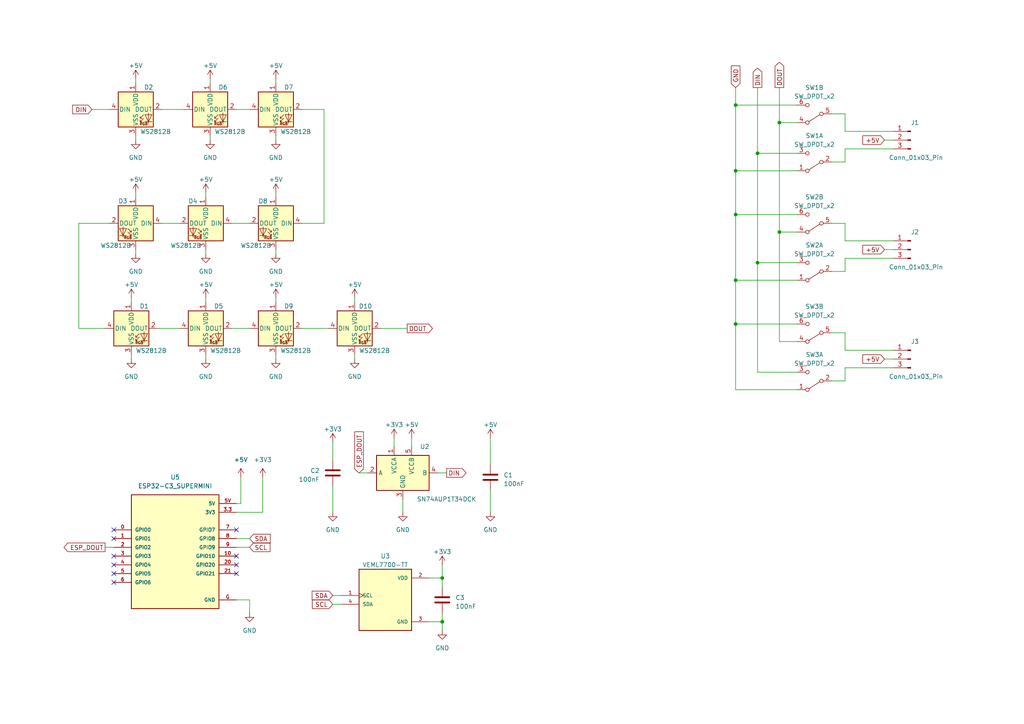
<source format=kicad_sch>
(kicad_sch (version 20230121) (generator eeschema)
  (paper "A4")
  (lib_symbols
    (symbol "Connector:Conn_01x03_Pin" (pin_names (offset 1.016) hide)
      (property "Reference" "J" (at 0 5.08 0))
      (property "Value" "Conn_01x03_Pin" (at 0 -5.08 0))
      (symbol "Conn_01x03_Pin_1_1"
        (polyline (pts (xy 1.27 -2.54) (xy 0.8636 -2.54)) (stroke (width 0.1524)))
        (polyline (pts (xy 1.27 0) (xy 0.8636 0)) (stroke (width 0.1524)))
        (polyline (pts (xy 1.27 2.54) (xy 0.8636 2.54)) (stroke (width 0.1524)))
        (rectangle (start 0.8636 -2.413) (end 0 -2.667) (stroke (width 0.1524)) (fill (type outline)))
        (rectangle (start 0.8636 0.127) (end 0 -0.127) (stroke (width 0.1524)) (fill (type outline)))
        (rectangle (start 0.8636 2.667) (end 0 2.413) (stroke (width 0.1524)) (fill (type outline)))
        (pin passive line (at 5.08 2.54 180) (length 3.81) (name "Pin_1") (number "1"))
        (pin passive line (at 5.08 0 180) (length 3.81) (name "Pin_2") (number "2"))
        (pin passive line (at 5.08 -2.54 180) (length 3.81) (name "Pin_3") (number "3"))
      )
    )
    (symbol "Device:C" (pin_numbers hide) (pin_names (offset 0.254))
      (property "Reference" "C" (at 0.635 2.54 0))
      (property "Value" "C" (at 0.635 -2.54 0))
      (symbol "C_0_1"
        (polyline (pts (xy -2.032 -0.762) (xy 2.032 -0.762)) (stroke (width 0.508)))
        (polyline (pts (xy -2.032 0.762) (xy 2.032 0.762)) (stroke (width 0.508)))
      )
      (symbol "C_1_1"
        (pin passive line (at 0 3.81 270) (length 2.794) (name "~") (number "1"))
        (pin passive line (at 0 -3.81 90) (length 2.794) (name "~") (number "2"))
      )
    )
    (symbol "ESP32-C3_SUPERMINI:ESP32-C3_SUPERMINI" (pin_names (offset 1.016))
      (property "Reference" "U" (at -12.7 16.002 0))
      (property "Value" "ESP32-C3_SUPERMINI" (at -12.7 -20.32 0))
      (symbol "ESP32-C3_SUPERMINI_0_0"
        (rectangle (start -12.7 -17.78) (end 12.7 15.24) (stroke (width 0.254)) (fill (type background)))
        (pin bidirectional line (at -17.78 5.08 0) (length 5.08) (name "GPIO0") (number "0"))
        (pin bidirectional line (at -17.78 2.54 0) (length 5.08) (name "GPIO1") (number "1"))
        (pin bidirectional line (at 17.78 -2.54 180) (length 5.08) (name "GPIO10") (number "10"))
        (pin bidirectional line (at -17.78 0 0) (length 5.08) (name "GPIO2") (number "2"))
        (pin bidirectional line (at 17.78 -5.08 180) (length 5.08) (name "GPIO20") (number "20"))
        (pin bidirectional line (at 17.78 -7.62 180) (length 5.08) (name "GPIO21") (number "21"))
        (pin bidirectional line (at -17.78 -2.54 0) (length 5.08) (name "GPIO3") (number "3"))
        (pin power_in line (at 17.78 10.16 180) (length 5.08) (name "3V3") (number "3.3"))
        (pin bidirectional line (at -17.78 -5.08 0) (length 5.08) (name "GPIO4") (number "4"))
        (pin bidirectional line (at -17.78 -7.62 0) (length 5.08) (name "GPIO5") (number "5"))
        (pin power_in line (at 17.78 12.7 180) (length 5.08) (name "5V") (number "5V"))
        (pin bidirectional line (at -17.78 -10.16 0) (length 5.08) (name "GPIO6") (number "6"))
        (pin bidirectional line (at 17.78 5.08 180) (length 5.08) (name "GPIO7") (number "7"))
        (pin bidirectional line (at 17.78 2.54 180) (length 5.08) (name "GPIO8") (number "8"))
        (pin bidirectional line (at 17.78 0 180) (length 5.08) (name "GPIO9") (number "9"))
        (pin power_in line (at 17.78 -15.24 180) (length 5.08) (name "GND") (number "G"))
      )
    )
    (symbol "LED:WS2812B" (pin_names (offset 0.254))
      (property "Reference" "D" (at 5.08 5.715 0))
      (property "Value" "WS2812B" (at 1.27 -5.715 0))
      (symbol "WS2812B_0_0"
        (text "RGB" (at 2.286 -4.191 0) (effects (font (size 0.762 0.762))))
      )
      (symbol "WS2812B_0_1"
        (polyline (pts (xy 1.27 -3.556) (xy 1.778 -3.556)))
        (polyline (pts (xy 1.27 -2.54) (xy 1.778 -2.54)))
        (polyline (pts (xy 4.699 -3.556) (xy 2.667 -3.556)))
        (polyline (pts (xy 2.286 -2.54) (xy 1.27 -3.556) (xy 1.27 -3.048)))
        (polyline (pts (xy 2.286 -1.524) (xy 1.27 -2.54) (xy 1.27 -2.032)))
        (polyline (pts (xy 3.683 -1.016) (xy 3.683 -3.556) (xy 3.683 -4.064)))
        (polyline (pts (xy 4.699 -1.524) (xy 2.667 -1.524) (xy 3.683 -3.556) (xy 4.699 -1.524)))
        (rectangle (start 5.08 5.08) (end -5.08 -5.08) (stroke (width 0.254)) (fill (type background)))
      )
      (symbol "WS2812B_1_1"
        (pin power_in line (at 0 7.62 270) (length 2.54) (name "VDD") (number "1"))
        (pin output line (at 7.62 0 180) (length 2.54) (name "DOUT") (number "2"))
        (pin power_in line (at 0 -7.62 90) (length 2.54) (name "VSS") (number "3"))
        (pin input line (at -7.62 0 0) (length 2.54) (name "DIN") (number "4"))
      )
    )
    (symbol "Logic_LevelTranslator:SN74AUP1T34DCK"
      (property "Reference" "U" (at -6.35 6.35 0))
      (property "Value" "SN74AUP1T34DCK" (at 11.43 6.35 0))
      (symbol "SN74AUP1T34DCK_0_1"
        (rectangle (start -7.62 -5.08) (end 7.62 5.08) (stroke (width 0.254)) (fill (type background)))
        (pin power_in line (at -2.54 7.62 270) (length 2.54) (name "VCCA") (number "1"))
        (pin input line (at -10.16 0 0) (length 2.54) (name "A") (number "2"))
        (pin power_in line (at 0 -7.62 90) (length 2.54) (name "GND") (number "3"))
        (pin output line (at 10.16 0 180) (length 2.54) (name "B") (number "4"))
        (pin power_in line (at 2.54 7.62 270) (length 2.54) (name "VCCB") (number "5"))
      )
    )
    (symbol "Switch:SW_DPDT_x2" (pin_names (offset 0) hide)
      (property "Reference" "SW" (at 0 4.318 0))
      (property "Value" "SW_DPDT_x2" (at 0 -5.08 0))
      (symbol "SW_DPDT_x2_0_0"
        (circle (center -2.032 0) (radius 0.508))
        (circle (center 2.032 -2.54) (radius 0.508))
      )
      (symbol "SW_DPDT_x2_0_1"
        (polyline (pts (xy -1.524 0.254) (xy 1.651 2.286)))
        (circle (center 2.032 2.54) (radius 0.508))
      )
      (symbol "SW_DPDT_x2_1_1"
        (pin passive line (at 5.08 2.54 180) (length 2.54) (name "A") (number "1"))
        (pin passive line (at -5.08 0 0) (length 2.54) (name "B") (number "2"))
        (pin passive line (at 5.08 -2.54 180) (length 2.54) (name "C") (number "3"))
      )
      (symbol "SW_DPDT_x2_2_1"
        (pin passive line (at 5.08 2.54 180) (length 2.54) (name "A") (number "4"))
        (pin passive line (at -5.08 0 0) (length 2.54) (name "B") (number "5"))
        (pin passive line (at 5.08 -2.54 180) (length 2.54) (name "C") (number "6"))
      )
    )
    (symbol "VEML:VEML7700-TT" (pin_names (offset 1.016))
      (property "Reference" "U" (at -7.62 10.795 0))
      (property "Value" "VEML7700-TT" (at -7.62 -10.16 0))
      (symbol "VEML7700-TT_0_0"
        (rectangle (start -7.62 -7.62) (end 7.62 10.16) (stroke (width 0.254)) (fill (type background)))
        (pin input clock (at -12.7 2.54 0) (length 5.08) (name "SCL") (number "1"))
        (pin power_in line (at 12.7 7.62 180) (length 5.08) (name "VDD") (number "2"))
        (pin power_in line (at 12.7 -5.08 180) (length 5.08) (name "GND") (number "3"))
        (pin bidirectional line (at -12.7 0 0) (length 5.08) (name "SDA") (number "4"))
      )
    )
    (symbol "power:+3V3" (power) (pin_names (offset 0))
      (property "Value" "+3V3" (at 0 3.556 0))
      (symbol "+3V3_0_1"
        (polyline (pts (xy -0.762 1.27) (xy 0 2.54)))
        (polyline (pts (xy 0 0) (xy 0 2.54)))
        (polyline (pts (xy 0 2.54) (xy 0.762 1.27)))
      )
      (symbol "+3V3_1_1"
        (pin power_in line (at 0 0 90) (length 0) hide (name "+3V3") (number "1"))
      )
    )
    (symbol "power:+5V" (power) (pin_names (offset 0))
      (property "Value" "+5V" (at 0 3.556 0))
      (symbol "+5V_0_1"
        (polyline (pts (xy -0.762 1.27) (xy 0 2.54)))
        (polyline (pts (xy 0 0) (xy 0 2.54)))
        (polyline (pts (xy 0 2.54) (xy 0.762 1.27)))
      )
      (symbol "+5V_1_1"
        (pin power_in line (at 0 0 90) (length 0) hide (name "+5V") (number "1"))
      )
    )
    (symbol "power:GND" (power) (pin_names (offset 0))
      (property "Value" "GND" (at 0 -3.81 0))
      (symbol "GND_0_1"
        (polyline (pts (xy 0 0) (xy 0 -1.27) (xy 1.27 -1.27) (xy 0 -2.54) (xy -1.27 -1.27) (xy 0 -1.27)))
      )
      (symbol "GND_1_1"
        (pin power_in line (at 0 0 270) (length 0) hide (name "GND") (number "1"))
      )
    )
  )
  (junction (at 213.36 49.53))
  (junction (at 128.27 167.64))
  (junction (at 213.36 30.48))
  (junction (at 219.71 44.45))
  (junction (at 226.06 67.31))
  (junction (at 219.71 76.2))
  (junction (at 226.06 35.56))
  (junction (at 213.36 93.98))
  (junction (at 128.27 180.34))
  (junction (at 213.36 62.23))
  (junction (at 213.36 81.28))
  (no_connect (at 68.58 153.67))
  (no_connect (at 33.02 168.91))
  (no_connect (at 68.58 166.37))
  (no_connect (at 68.58 163.83))
  (no_connect (at 33.02 153.67))
  (no_connect (at 68.58 161.29))
  (no_connect (at 33.02 163.83))
  (no_connect (at 33.02 166.37))
  (no_connect (at 33.02 161.29))
  (no_connect (at 33.02 156.21))
  (wire (pts (xy 96.52 175.26) (xy 99.06 175.26)))
  (wire (pts (xy 80.01 102.87) (xy 80.01 104.14)))
  (wire (pts (xy 114.3 127) (xy 114.3 129.54)))
  (wire (pts (xy 93.98 31.75) (xy 93.98 64.77)))
  (wire (pts (xy 96.52 128.27) (xy 96.52 133.35)))
  (wire (pts (xy 231.14 67.31) (xy 226.06 67.31)))
  (wire (pts (xy 60.96 39.37) (xy 60.96 40.64)))
  (wire (pts (xy 60.96 22.86) (xy 60.96 24.13)))
  (wire (pts (xy 219.71 44.45) (xy 219.71 25.4)))
  (wire (pts (xy 256.54 40.64) (xy 259.08 40.64)))
  (wire (pts (xy 46.99 64.77) (xy 52.07 64.77)))
  (wire (pts (xy 241.3 64.77) (xy 245.11 64.77)))
  (wire (pts (xy 128.27 163.83) (xy 128.27 167.64)))
  (wire (pts (xy 80.01 86.36) (xy 80.01 87.63)))
  (wire (pts (xy 245.11 33.02) (xy 245.11 38.1)))
  (wire (pts (xy 68.58 156.21) (xy 72.39 156.21)))
  (wire (pts (xy 59.69 102.87) (xy 59.69 104.14)))
  (wire (pts (xy 67.31 64.77) (xy 72.39 64.77)))
  (wire (pts (xy 31.75 64.77) (xy 22.86 64.77)))
  (wire (pts (xy 256.54 104.14) (xy 259.08 104.14)))
  (wire (pts (xy 245.11 69.85) (xy 259.08 69.85)))
  (wire (pts (xy 80.01 55.88) (xy 80.01 57.15)))
  (wire (pts (xy 38.1 102.87) (xy 38.1 104.14)))
  (wire (pts (xy 39.37 72.39) (xy 39.37 73.66)))
  (wire (pts (xy 128.27 167.64) (xy 124.46 167.64)))
  (wire (pts (xy 68.58 158.75) (xy 72.39 158.75)))
  (wire (pts (xy 213.36 25.4) (xy 213.36 30.48)))
  (wire (pts (xy 119.38 127) (xy 119.38 129.54)))
  (wire (pts (xy 39.37 39.37) (xy 39.37 40.64)))
  (wire (pts (xy 241.3 33.02) (xy 245.11 33.02)))
  (wire (pts (xy 231.14 107.95) (xy 219.71 107.95)))
  (wire (pts (xy 245.11 46.99) (xy 241.3 46.99)))
  (wire (pts (xy 128.27 177.8) (xy 128.27 180.34)))
  (wire (pts (xy 46.99 31.75) (xy 53.34 31.75)))
  (wire (pts (xy 26.67 31.75) (xy 31.75 31.75)))
  (wire (pts (xy 128.27 167.64) (xy 128.27 170.18)))
  (wire (pts (xy 38.1 86.36) (xy 38.1 87.63)))
  (wire (pts (xy 226.06 35.56) (xy 226.06 25.4)))
  (wire (pts (xy 245.11 101.6) (xy 259.08 101.6)))
  (wire (pts (xy 213.36 30.48) (xy 231.14 30.48)))
  (wire (pts (xy 142.24 127) (xy 142.24 134.62)))
  (wire (pts (xy 219.71 44.45) (xy 219.71 76.2)))
  (wire (pts (xy 231.14 76.2) (xy 219.71 76.2)))
  (wire (pts (xy 72.39 177.8) (xy 72.39 173.99)))
  (wire (pts (xy 213.36 93.98) (xy 213.36 113.03)))
  (wire (pts (xy 39.37 55.88) (xy 39.37 57.15)))
  (wire (pts (xy 259.08 74.93) (xy 245.11 74.93)))
  (wire (pts (xy 87.63 95.25) (xy 95.25 95.25)))
  (wire (pts (xy 59.69 55.88) (xy 59.69 57.15)))
  (wire (pts (xy 22.86 95.25) (xy 30.48 95.25)))
  (wire (pts (xy 219.71 76.2) (xy 219.71 107.95)))
  (wire (pts (xy 231.14 99.06) (xy 226.06 99.06)))
  (wire (pts (xy 259.08 43.18) (xy 245.11 43.18)))
  (wire (pts (xy 245.11 43.18) (xy 245.11 46.99)))
  (wire (pts (xy 30.48 158.75) (xy 33.02 158.75)))
  (wire (pts (xy 67.31 95.25) (xy 72.39 95.25)))
  (wire (pts (xy 231.14 113.03) (xy 213.36 113.03)))
  (wire (pts (xy 116.84 144.78) (xy 116.84 148.59)))
  (wire (pts (xy 231.14 35.56) (xy 226.06 35.56)))
  (wire (pts (xy 110.49 95.25) (xy 118.11 95.25)))
  (wire (pts (xy 256.54 72.39) (xy 259.08 72.39)))
  (wire (pts (xy 241.3 96.52) (xy 245.11 96.52)))
  (wire (pts (xy 226.06 67.31) (xy 226.06 99.06)))
  (wire (pts (xy 245.11 106.68) (xy 245.11 110.49)))
  (wire (pts (xy 245.11 74.93) (xy 245.11 78.74)))
  (wire (pts (xy 245.11 64.77) (xy 245.11 69.85)))
  (wire (pts (xy 80.01 72.39) (xy 80.01 73.66)))
  (wire (pts (xy 72.39 173.99) (xy 68.58 173.99)))
  (wire (pts (xy 231.14 81.28) (xy 213.36 81.28)))
  (wire (pts (xy 213.36 49.53) (xy 213.36 62.23)))
  (wire (pts (xy 68.58 148.59) (xy 76.2 148.59)))
  (wire (pts (xy 213.36 62.23) (xy 213.36 81.28)))
  (wire (pts (xy 68.58 31.75) (xy 72.39 31.75)))
  (wire (pts (xy 213.36 81.28) (xy 213.36 93.98)))
  (wire (pts (xy 69.85 138.43) (xy 69.85 146.05)))
  (wire (pts (xy 96.52 172.72) (xy 99.06 172.72)))
  (wire (pts (xy 93.98 64.77) (xy 87.63 64.77)))
  (wire (pts (xy 259.08 106.68) (xy 245.11 106.68)))
  (wire (pts (xy 226.06 35.56) (xy 226.06 67.31)))
  (wire (pts (xy 104.14 137.16) (xy 106.68 137.16)))
  (wire (pts (xy 76.2 138.43) (xy 76.2 148.59)))
  (wire (pts (xy 127 137.16) (xy 129.54 137.16)))
  (wire (pts (xy 102.87 102.87) (xy 102.87 104.14)))
  (wire (pts (xy 213.36 62.23) (xy 231.14 62.23)))
  (wire (pts (xy 80.01 22.86) (xy 80.01 24.13)))
  (wire (pts (xy 142.24 142.24) (xy 142.24 148.59)))
  (wire (pts (xy 245.11 38.1) (xy 259.08 38.1)))
  (wire (pts (xy 59.69 86.36) (xy 59.69 87.63)))
  (wire (pts (xy 80.01 39.37) (xy 80.01 40.64)))
  (wire (pts (xy 128.27 180.34) (xy 128.27 182.88)))
  (wire (pts (xy 22.86 64.77) (xy 22.86 95.25)))
  (wire (pts (xy 45.72 95.25) (xy 52.07 95.25)))
  (wire (pts (xy 69.85 146.05) (xy 68.58 146.05)))
  (wire (pts (xy 231.14 44.45) (xy 219.71 44.45)))
  (wire (pts (xy 245.11 96.52) (xy 245.11 101.6)))
  (wire (pts (xy 231.14 49.53) (xy 213.36 49.53)))
  (wire (pts (xy 245.11 78.74) (xy 241.3 78.74)))
  (wire (pts (xy 96.52 140.97) (xy 96.52 148.59)))
  (wire (pts (xy 245.11 110.49) (xy 241.3 110.49)))
  (wire (pts (xy 39.37 22.86) (xy 39.37 24.13)))
  (wire (pts (xy 124.46 180.34) (xy 128.27 180.34)))
  (wire (pts (xy 87.63 31.75) (xy 93.98 31.75)))
  (wire (pts (xy 59.69 72.39) (xy 59.69 73.66)))
  (wire (pts (xy 213.36 93.98) (xy 231.14 93.98)))
  (wire (pts (xy 213.36 30.48) (xy 213.36 49.53)))
  (wire (pts (xy 102.87 86.36) (xy 102.87 87.63)))
  (global_label "+5V" (shape input) (at 256.54 72.39 180) (property "Intersheetrefs" "${INTERSHEET_REFS}" (effects hide)))
  (global_label "DIN" (shape output) (at 219.71 25.4 90) (property "Intersheetrefs" "${INTERSHEET_REFS}" (effects hide)))
  (global_label "DOUT" (shape output) (at 118.11 95.25 0) (property "Intersheetrefs" "${INTERSHEET_REFS}" (effects hide)))
  (global_label "+5V" (shape input) (at 256.54 104.14 180) (property "Intersheetrefs" "${INTERSHEET_REFS}" (effects hide)))
  (global_label "DOUT" (shape output) (at 226.06 25.4 90) (property "Intersheetrefs" "${INTERSHEET_REFS}" (effects hide)))
  (global_label "SCL" (shape input) (at 96.52 175.26 180) (property "Intersheetrefs" "${INTERSHEET_REFS}" (effects hide)))
  (global_label "SDA" (shape input) (at 72.39 156.21 0) (property "Intersheetrefs" "${INTERSHEET_REFS}" (effects hide)))
  (global_label "GND" (shape input) (at 213.36 25.4 90) (property "Intersheetrefs" "${INTERSHEET_REFS}" (effects hide)))
  (global_label "DIN" (shape output) (at 129.54 137.16 0) (property "Intersheetrefs" "${INTERSHEET_REFS}" (effects hide)))
  (global_label "SDA" (shape input) (at 96.52 172.72 180) (property "Intersheetrefs" "${INTERSHEET_REFS}" (effects hide)))
  (global_label "ESP_DOUT" (shape input) (at 104.14 137.16 90) (property "Intersheetrefs" "${INTERSHEET_REFS}" (effects hide)))
  (global_label "SCL" (shape input) (at 72.39 158.75 0) (property "Intersheetrefs" "${INTERSHEET_REFS}" (effects hide)))
  (global_label "DIN" (shape input) (at 26.67 31.75 180) (property "Intersheetrefs" "${INTERSHEET_REFS}" (effects hide)))
  (global_label "+5V" (shape input) (at 256.54 40.64 180) (property "Intersheetrefs" "${INTERSHEET_REFS}" (effects hide)))
  (global_label "ESP_DOUT" (shape output) (at 30.48 158.75 180) (property "Intersheetrefs" "${INTERSHEET_REFS}" (effects hide)))
  (symbol (lib_id "power:GND") (at 72.39 177.8 0) (unit 1)
    (property "Reference" "#PWR015" (effects hide))
    (property "Value" "GND" (at 72.39 182.88 0))
  )
  (symbol (lib_id "LED:WS2812B") (at 39.37 64.77 0) (mirror y) (unit 1)
    (property "Reference" "D3" (at 34.29 59.055 0) (effects (justify right bottom)))
    (property "Value" "WS2812B" (at 38.1 70.485 0) (effects (justify left top)))
    (property "Footprint" "LED_SMD:LED_WS2812B_PLCC4_5.0x5.0mm_P3.2mm" (effects hide))
    (property "Datasheet" "https://cdn-shop.adafruit.com/datasheets/WS2812B.pdf" (effects hide))
  )
  (symbol (lib_id "power:+5V") (at 39.37 55.88 0) (unit 1)
    (property "Reference" "#PWR07" (effects hide))
    (property "Value" "+5V" (at 39.37 52.07 0))
  )
  (symbol (lib_id "Switch:SW_DPDT_x2") (at 236.22 33.02 180) (unit 2)
    (property "Reference" "SW1" (at 236.22 25.4 0))
    (property "Value" "SW_DPDT_x2" (at 236.22 27.94 0))
    (property "Footprint" "Button_Switch_SMD:SW_DPDT_CK_JS202011JCQN" (effects hide))
  )
  (symbol (lib_id "power:+5V") (at 102.87 86.36 0) (unit 1)
    (property "Reference" "#PWR041" (effects hide))
    (property "Value" "+5V" (at 102.87 82.55 0))
  )
  (symbol (lib_id "Device:C") (at 96.52 137.16 0) (mirror y) (unit 1)
    (property "Reference" "C2" (at 92.71 136.525 0) (effects (justify left)))
    (property "Value" "100nF" (at 92.71 139.065 0) (effects (justify left)))
    (property "Footprint" "Capacitor_SMD:C_0201_0603Metric" (effects hide))
  )
  (symbol (lib_id "LED:WS2812B") (at 38.1 95.25 0) (unit 1)
    (property "Reference" "D1" (at 43.18 89.535 0) (effects (justify right bottom)))
    (property "Value" "WS2812B" (at 39.37 100.965 0) (effects (justify left top)))
    (property "Footprint" "LED_SMD:LED_WS2812B_PLCC4_5.0x5.0mm_P3.2mm" (effects hide))
    (property "Datasheet" "https://cdn-shop.adafruit.com/datasheets/WS2812B.pdf" (effects hide))
  )
  (symbol (lib_id "Device:C") (at 128.27 173.99 0) (unit 1)
    (property "Reference" "C3" (at 132.08 173.355 0) (effects (justify left)))
    (property "Value" "100nF" (at 132.08 175.895 0) (effects (justify left)))
    (property "Footprint" "Capacitor_SMD:C_0201_0603Metric" (effects hide))
  )
  (symbol (lib_id "Connector:Conn_01x03_Pin") (at 264.16 104.14 0) (mirror y) (unit 1)
    (property "Reference" "J3" (at 264.16 99.06 0) (effects (justify right)))
    (property "Value" "Conn_01x03_Pin" (at 257.81 109.22 0) (effects (justify right)))
    (property "Footprint" "Connector_JST:JST_PH_B3B-PH-SM4-TB_1x03-1MP_P2.00mm_Vertical" (effects hide))
  )
  (symbol (lib_id "power:+3V3") (at 128.27 163.83 0) (unit 1)
    (property "Reference" "#PWR029" (effects hide))
    (property "Value" "+3V3" (at 128.27 160.02 0))
  )
  (symbol (lib_id "power:GND") (at 80.01 104.14 0) (unit 1)
    (property "Reference" "#PWR040" (effects hide))
    (property "Value" "GND" (at 80.01 109.22 0))
  )
  (symbol (lib_id "power:+5V") (at 60.96 22.86 0) (unit 1)
    (property "Reference" "#PWR03" (effects hide))
    (property "Value" "+5V" (at 60.96 19.05 0))
  )
  (symbol (lib_id "power:GND") (at 59.69 73.66 0) (unit 1)
    (property "Reference" "#PWR010" (effects hide))
    (property "Value" "GND" (at 59.69 78.74 0))
  )
  (symbol (lib_id "power:+5V") (at 80.01 86.36 0) (unit 1)
    (property "Reference" "#PWR039" (effects hide))
    (property "Value" "+5V" (at 80.01 82.55 0))
  )
  (symbol (lib_id "power:GND") (at 60.96 40.64 0) (unit 1)
    (property "Reference" "#PWR04" (effects hide))
    (property "Value" "GND" (at 60.96 45.72 0))
  )
  (symbol (lib_id "LED:WS2812B") (at 59.69 64.77 0) (mirror y) (unit 1)
    (property "Reference" "D4" (at 54.61 59.055 0) (effects (justify right bottom)))
    (property "Value" "WS2812B" (at 58.42 70.485 0) (effects (justify left top)))
    (property "Footprint" "LED_SMD:LED_WS2812B_PLCC4_5.0x5.0mm_P3.2mm" (effects hide))
    (property "Datasheet" "https://cdn-shop.adafruit.com/datasheets/WS2812B.pdf" (effects hide))
  )
  (symbol (lib_id "Connector:Conn_01x03_Pin") (at 264.16 40.64 0) (mirror y) (unit 1)
    (property "Reference" "J1" (at 264.16 35.56 0) (effects (justify right)))
    (property "Value" "Conn_01x03_Pin" (at 257.81 45.72 0) (effects (justify right)))
    (property "Footprint" "Connector_JST:JST_PH_B3B-PH-SM4-TB_1x03-1MP_P2.00mm_Vertical" (effects hide))
  )
  (symbol (lib_id "Switch:SW_DPDT_x2") (at 236.22 78.74 180) (unit 1)
    (property "Reference" "SW2" (at 236.22 71.12 0))
    (property "Value" "SW_DPDT_x2" (at 236.22 73.66 0))
    (property "Footprint" "Button_Switch_SMD:SW_DPDT_CK_JS202011JCQN" (effects hide))
  )
  (symbol (lib_id "LED:WS2812B") (at 80.01 95.25 0) (unit 1)
    (property "Reference" "D9" (at 85.09 89.535 0) (effects (justify right bottom)))
    (property "Value" "WS2812B" (at 81.28 100.965 0) (effects (justify left top)))
    (property "Footprint" "LED_SMD:LED_WS2812B_PLCC4_5.0x5.0mm_P3.2mm" (effects hide))
    (property "Datasheet" "https://cdn-shop.adafruit.com/datasheets/WS2812B.pdf" (effects hide))
  )
  (symbol (lib_id "power:GND") (at 102.87 104.14 0) (unit 1)
    (property "Reference" "#PWR042" (effects hide))
    (property "Value" "GND" (at 102.87 109.22 0))
  )
  (symbol (lib_id "power:GND") (at 142.24 148.59 0) (unit 1)
    (property "Reference" "#PWR025" (effects hide))
    (property "Value" "GND" (at 142.24 153.67 0))
  )
  (symbol (lib_id "power:+3V3") (at 76.2 138.43 0) (unit 1)
    (property "Reference" "#PWR014" (effects hide))
    (property "Value" "+3V3" (at 76.2 133.35 0))
  )
  (symbol (lib_id "power:+5V") (at 59.69 55.88 0) (unit 1)
    (property "Reference" "#PWR09" (effects hide))
    (property "Value" "+5V" (at 59.69 52.07 0))
  )
  (symbol (lib_id "Switch:SW_DPDT_x2") (at 236.22 64.77 180) (unit 2)
    (property "Reference" "SW2" (at 236.22 57.15 0))
    (property "Value" "SW_DPDT_x2" (at 236.22 59.69 0))
    (property "Footprint" "Button_Switch_SMD:SW_DPDT_CK_JS202011JCQN" (effects hide))
  )
  (symbol (lib_id "power:GND") (at 38.1 104.14 0) (unit 1)
    (property "Reference" "#PWR017" (effects hide))
    (property "Value" "GND" (at 38.1 109.22 0))
  )
  (symbol (lib_id "ESP32-C3_SUPERMINI:ESP32-C3_SUPERMINI") (at 50.8 158.75 0) (unit 1)
    (property "Reference" "U5" (at 50.8 138.43 0))
    (property "Value" "ESP32-C3_SUPERMINI" (at 50.8 140.97 0))
    (property "Footprint" "Espressif:MODULE_ESP32-C3_SUPERMINI_1" (effects hide))
    (property "MF" "Espressif Systems" (effects hide))
    (property "MAXIMUM_PACKAGE_HEIGHT" "4.2mm" (effects hide))
    (property "Package" "Package" (effects hide))
    (property "Price" "None" (effects hide))
    (property "Check_prices" "https://www.snapeda.com/parts/ESP32-C3%20SuperMini/Espressif+Systems/view-part/?ref=eda" (effects hide))
    (property "STANDARD" "Manufacturer Recommendations" (effects hide))
    (property "SnapEDA_Link" "https://www.snapeda.com/parts/ESP32-C3%20SuperMini/Espressif+Systems/view-part/?ref=snap" (effects hide))
    (property "MP" "ESP32-C3 SuperMini" (effects hide))
    (property "Description" "\nSuper tiny ESP32-C3 board\n" (effects hide))
    (property "Availability" "Not in stock" (effects hide))
    (property "MANUFACTURER" "Espressif" (effects hide))
  )
  (symbol (lib_id "VEML:VEML7700-TT") (at 111.76 175.26 0) (unit 1)
    (property "Reference" "U3" (at 111.76 161.29 0))
    (property "Value" "VEML7700-TT" (at 111.76 163.83 0))
    (property "Footprint" "Sensor:XDCR_VEML7700-TT" (effects hide))
    (property "MF" "Vishay Semiconductor" (effects hide))
    (property "MAXIMUM_PACKAGE_HEIGHT" "2.35 mm" (effects hide))
    (property "Package" "SMD-4 Vishay Semiconductor" (effects hide))
    (property "Price" "None" (effects hide))
    (property "Check_prices" "https://www.snapeda.com/parts/VEML7700-TT/Vishay+Semiconductor+Opto+Division/view-part/?ref=eda" (effects hide))
    (property "STANDARD" "Manufacturer Recommendations" (effects hide))
    (property "PARTREV" "1.6" (effects hide))
    (property "SnapEDA_Link" "https://www.snapeda.com/parts/VEML7700-TT/Vishay+Semiconductor+Opto+Division/view-part/?ref=snap" (effects hide))
    (property "MP" "VEML7700-TT" (effects hide))
    (property "Purchase-URL" "https://www.snapeda.com/api/url_track_click_mouser/?unipart_id=534245&manufacturer=Vishay Semiconductor&part_name=VEML7700-TT&search_term=None" (effects hide))
    (property "Description" "\nOptical Sensor Ambient - I²C 4-SMD, J-Lead\n" (effects hide))
    (property "MANUFACTURER" "Vishay" (effects hide))
    (property "Availability" "In Stock" (effects hide))
    (property "SNAPEDA_PN" "VEML7700-TT" (effects hide))
  )
  (symbol (lib_id "power:GND") (at 39.37 40.64 0) (unit 1)
    (property "Reference" "#PWR02" (effects hide))
    (property "Value" "GND" (at 39.37 45.72 0))
  )
  (symbol (lib_id "LED:WS2812B") (at 39.37 31.75 0) (unit 1)
    (property "Reference" "D2" (at 44.45 26.035 0) (effects (justify right bottom)))
    (property "Value" "WS2812B" (at 40.64 37.465 0) (effects (justify left top)))
    (property "Footprint" "LED_SMD:LED_WS2812B_PLCC4_5.0x5.0mm_P3.2mm" (effects hide))
    (property "Datasheet" "https://cdn-shop.adafruit.com/datasheets/WS2812B.pdf" (effects hide))
  )
  (symbol (lib_id "power:+5V") (at 69.85 138.43 0) (unit 1)
    (property "Reference" "#PWR013" (effects hide))
    (property "Value" "+5V" (at 69.85 133.35 0))
  )
  (symbol (lib_id "power:GND") (at 116.84 148.59 0) (unit 1)
    (property "Reference" "#PWR024" (effects hide))
    (property "Value" "GND" (at 116.84 153.67 0))
  )
  (symbol (lib_id "Logic_LevelTranslator:SN74AUP1T34DCK") (at 116.84 137.16 0) (unit 1)
    (property "Reference" "U2" (at 123.19 129.54 0))
    (property "Value" "SN74AUP1T34DCK" (at 129.54 144.78 0))
    (property "Footprint" "Package_TO_SOT_SMD:SOT-353_SC-70-5" (effects hide))
    (property "Datasheet" "http://www.ti.com/lit/ds/symlink/sn74aup1t34.pdf" (effects hide))
  )
  (symbol (lib_id "power:+5V") (at 119.38 127 0) (unit 1)
    (property "Reference" "#PWR022" (effects hide))
    (property "Value" "+5V" (at 119.38 123.19 0))
  )
  (symbol (lib_id "LED:WS2812B") (at 59.69 95.25 0) (unit 1)
    (property "Reference" "D5" (at 64.77 89.535 0) (effects (justify right bottom)))
    (property "Value" "WS2812B" (at 60.96 100.965 0) (effects (justify left top)))
    (property "Footprint" "LED_SMD:LED_WS2812B_PLCC4_5.0x5.0mm_P3.2mm" (effects hide))
    (property "Datasheet" "https://cdn-shop.adafruit.com/datasheets/WS2812B.pdf" (effects hide))
  )
  (symbol (lib_id "Switch:SW_DPDT_x2") (at 236.22 46.99 180) (unit 1)
    (property "Reference" "SW1" (at 236.22 39.37 0))
    (property "Value" "SW_DPDT_x2" (at 236.22 41.91 0))
    (property "Footprint" "Button_Switch_SMD:SW_DPDT_CK_JS202011JCQN" (effects hide))
  )
  (symbol (lib_id "Connector:Conn_01x03_Pin") (at 264.16 72.39 0) (mirror y) (unit 1)
    (property "Reference" "J2" (at 264.16 67.31 0) (effects (justify right)))
    (property "Value" "Conn_01x03_Pin" (at 257.81 77.47 0) (effects (justify right)))
    (property "Footprint" "Connector_JST:JST_PH_B3B-PH-SM4-TB_1x03-1MP_P2.00mm_Vertical" (effects hide))
  )
  (symbol (lib_id "power:+5V") (at 38.1 86.36 0) (unit 1)
    (property "Reference" "#PWR018" (effects hide))
    (property "Value" "+5V" (at 38.1 82.55 0))
  )
  (symbol (lib_id "power:+3V3") (at 114.3 127 0) (unit 1)
    (property "Reference" "#PWR023" (effects hide))
    (property "Value" "+3V3" (at 114.3 123.19 0))
  )
  (symbol (lib_id "Switch:SW_DPDT_x2") (at 236.22 96.52 180) (unit 2)
    (property "Reference" "SW3" (at 236.22 88.9 0))
    (property "Value" "SW_DPDT_x2" (at 236.22 91.44 0))
    (property "Footprint" "Button_Switch_SMD:SW_DPDT_CK_JS202011JCQN" (effects hide))
  )
  (symbol (lib_id "power:GND") (at 80.01 73.66 0) (unit 1)
    (property "Reference" "#PWR012" (effects hide))
    (property "Value" "GND" (at 80.01 78.74 0))
  )
  (symbol (lib_id "LED:WS2812B") (at 102.87 95.25 0) (unit 1)
    (property "Reference" "D10" (at 107.95 89.535 0) (effects (justify right bottom)))
    (property "Value" "WS2812B" (at 104.14 100.965 0) (effects (justify left top)))
    (property "Footprint" "LED_SMD:LED_WS2812B_PLCC4_5.0x5.0mm_P3.2mm" (effects hide))
    (property "Datasheet" "https://cdn-shop.adafruit.com/datasheets/WS2812B.pdf" (effects hide))
  )
  (symbol (lib_id "power:+5V") (at 80.01 55.88 0) (unit 1)
    (property "Reference" "#PWR011" (effects hide))
    (property "Value" "+5V" (at 80.01 52.07 0))
  )
  (symbol (lib_id "power:+3V3") (at 96.52 128.27 0) (unit 1)
    (property "Reference" "#PWR027" (effects hide))
    (property "Value" "+3V3" (at 96.52 124.46 0))
  )
  (symbol (lib_id "power:GND") (at 128.27 182.88 0) (unit 1)
    (property "Reference" "#PWR030" (effects hide))
    (property "Value" "GND" (at 128.27 187.96 0))
  )
  (symbol (lib_id "power:GND") (at 80.01 40.64 0) (unit 1)
    (property "Reference" "#PWR06" (effects hide))
    (property "Value" "GND" (at 80.01 45.72 0))
  )
  (symbol (lib_id "Device:C") (at 142.24 138.43 0) (unit 1)
    (property "Reference" "C1" (at 146.05 137.795 0) (effects (justify left)))
    (property "Value" "100nF" (at 146.05 140.335 0) (effects (justify left)))
    (property "Footprint" "Capacitor_SMD:C_0201_0603Metric" (effects hide))
  )
  (symbol (lib_id "power:+5V") (at 59.69 86.36 0) (unit 1)
    (property "Reference" "#PWR037" (effects hide))
    (property "Value" "+5V" (at 59.69 82.55 0))
  )
  (symbol (lib_id "LED:WS2812B") (at 60.96 31.75 0) (unit 1)
    (property "Reference" "D6" (at 66.04 26.035 0) (effects (justify right bottom)))
    (property "Value" "WS2812B" (at 62.23 37.465 0) (effects (justify left top)))
    (property "Footprint" "LED_SMD:LED_WS2812B_PLCC4_5.0x5.0mm_P3.2mm" (effects hide))
    (property "Datasheet" "https://cdn-shop.adafruit.com/datasheets/WS2812B.pdf" (effects hide))
  )
  (symbol (lib_id "power:+5V") (at 142.24 127 0) (unit 1)
    (property "Reference" "#PWR026" (effects hide))
    (property "Value" "+5V" (at 142.24 123.19 0))
  )
  (symbol (lib_id "power:GND") (at 39.37 73.66 0) (unit 1)
    (property "Reference" "#PWR08" (effects hide))
    (property "Value" "GND" (at 39.37 78.74 0))
  )
  (symbol (lib_id "LED:WS2812B") (at 80.01 31.75 0) (unit 1)
    (property "Reference" "D7" (at 85.09 26.035 0) (effects (justify right bottom)))
    (property "Value" "WS2812B" (at 81.28 37.465 0) (effects (justify left top)))
    (property "Footprint" "LED_SMD:LED_WS2812B_PLCC4_5.0x5.0mm_P3.2mm" (effects hide))
    (property "Datasheet" "https://cdn-shop.adafruit.com/datasheets/WS2812B.pdf" (effects hide))
  )
  (symbol (lib_id "power:GND") (at 96.52 148.59 0) (unit 1)
    (property "Reference" "#PWR028" (effects hide))
    (property "Value" "GND" (at 96.52 153.67 0))
  )
  (symbol (lib_id "power:+5V") (at 80.01 22.86 0) (unit 1)
    (property "Reference" "#PWR05" (effects hide))
    (property "Value" "+5V" (at 80.01 19.05 0))
  )
  (symbol (lib_id "power:GND") (at 59.69 104.14 0) (unit 1)
    (property "Reference" "#PWR038" (effects hide))
    (property "Value" "GND" (at 59.69 109.22 0))
  )
  (symbol (lib_id "power:+5V") (at 39.37 22.86 0) (unit 1)
    (property "Reference" "#PWR01" (effects hide))
    (property "Value" "+5V" (at 39.37 19.05 0))
  )
  (symbol (lib_id "Switch:SW_DPDT_x2") (at 236.22 110.49 180) (unit 1)
    (property "Reference" "SW3" (at 236.22 102.87 0))
    (property "Value" "SW_DPDT_x2" (at 236.22 105.41 0))
    (property "Footprint" "Button_Switch_SMD:SW_DPDT_CK_JS202011JCQN" (effects hide))
  )
  (symbol (lib_id "LED:WS2812B") (at 80.01 64.77 0) (mirror y) (unit 1)
    (property "Reference" "D8" (at 74.93 59.055 0) (effects (justify right bottom)))
    (property "Value" "WS2812B" (at 78.74 70.485 0) (effects (justify left top)))
    (property "Footprint" "LED_SMD:LED_WS2812B_PLCC4_5.0x5.0mm_P3.2mm" (effects hide))
    (property "Datasheet" "https://cdn-shop.adafruit.com/datasheets/WS2812B.pdf" (effects hide))
  )
)
</source>
